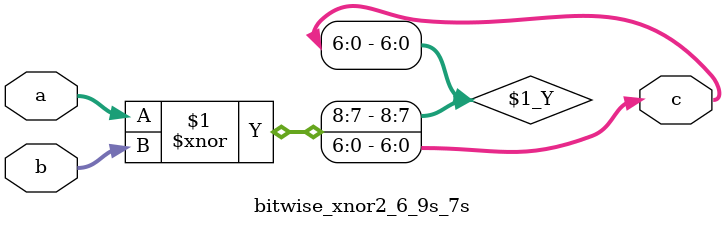
<source format=v>
module bitwise_xnor2_6_9s_7s(a, b, c);
  input [5:0] a;
  input signed [8:0] b;
  output signed [6:0] c;
  assign c = a ^~ b;
endmodule

</source>
